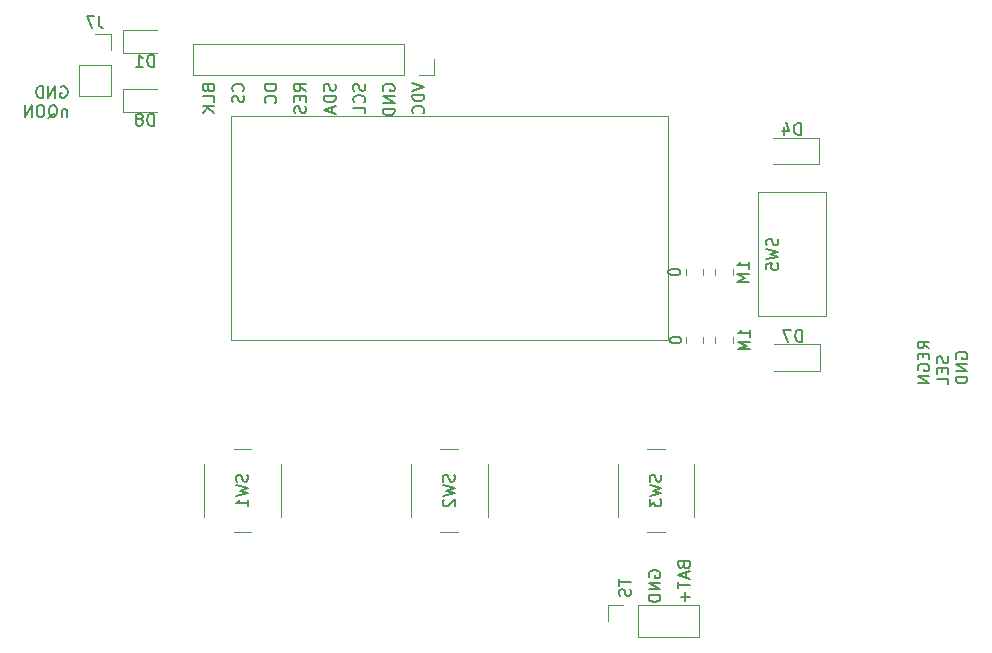
<source format=gbr>
%TF.GenerationSoftware,KiCad,Pcbnew,8.0.9-8.0.9-0~ubuntu24.04.1*%
%TF.CreationDate,2025-02-24T19:38:21+01:00*%
%TF.ProjectId,jack2bluetooth,6a61636b-3262-46c7-9565-746f6f74682e,v3.0*%
%TF.SameCoordinates,Original*%
%TF.FileFunction,Legend,Bot*%
%TF.FilePolarity,Positive*%
%FSLAX46Y46*%
G04 Gerber Fmt 4.6, Leading zero omitted, Abs format (unit mm)*
G04 Created by KiCad (PCBNEW 8.0.9-8.0.9-0~ubuntu24.04.1) date 2025-02-24 19:38:21*
%MOMM*%
%LPD*%
G01*
G04 APERTURE LIST*
%ADD10C,0.100000*%
%ADD11C,0.200000*%
%ADD12C,0.150000*%
%ADD13C,0.120000*%
G04 APERTURE END LIST*
D10*
X176500000Y-108000000D02*
X213500000Y-108000000D01*
X213500000Y-127000000D01*
X176500000Y-127000000D01*
X176500000Y-108000000D01*
D11*
X209367219Y-147249374D02*
X209367219Y-147820802D01*
X210367219Y-147535088D02*
X209367219Y-147535088D01*
X210319600Y-148106517D02*
X210367219Y-148249374D01*
X210367219Y-148249374D02*
X210367219Y-148487469D01*
X210367219Y-148487469D02*
X210319600Y-148582707D01*
X210319600Y-148582707D02*
X210271980Y-148630326D01*
X210271980Y-148630326D02*
X210176742Y-148677945D01*
X210176742Y-148677945D02*
X210081504Y-148677945D01*
X210081504Y-148677945D02*
X209986266Y-148630326D01*
X209986266Y-148630326D02*
X209938647Y-148582707D01*
X209938647Y-148582707D02*
X209891028Y-148487469D01*
X209891028Y-148487469D02*
X209843409Y-148296993D01*
X209843409Y-148296993D02*
X209795790Y-148201755D01*
X209795790Y-148201755D02*
X209748171Y-148154136D01*
X209748171Y-148154136D02*
X209652933Y-148106517D01*
X209652933Y-148106517D02*
X209557695Y-148106517D01*
X209557695Y-148106517D02*
X209462457Y-148154136D01*
X209462457Y-148154136D02*
X209414838Y-148201755D01*
X209414838Y-148201755D02*
X209367219Y-148296993D01*
X209367219Y-148296993D02*
X209367219Y-148535088D01*
X209367219Y-148535088D02*
X209414838Y-148677945D01*
X214843409Y-146082707D02*
X214891028Y-146225564D01*
X214891028Y-146225564D02*
X214938647Y-146273183D01*
X214938647Y-146273183D02*
X215033885Y-146320802D01*
X215033885Y-146320802D02*
X215176742Y-146320802D01*
X215176742Y-146320802D02*
X215271980Y-146273183D01*
X215271980Y-146273183D02*
X215319600Y-146225564D01*
X215319600Y-146225564D02*
X215367219Y-146130326D01*
X215367219Y-146130326D02*
X215367219Y-145749374D01*
X215367219Y-145749374D02*
X214367219Y-145749374D01*
X214367219Y-145749374D02*
X214367219Y-146082707D01*
X214367219Y-146082707D02*
X214414838Y-146177945D01*
X214414838Y-146177945D02*
X214462457Y-146225564D01*
X214462457Y-146225564D02*
X214557695Y-146273183D01*
X214557695Y-146273183D02*
X214652933Y-146273183D01*
X214652933Y-146273183D02*
X214748171Y-146225564D01*
X214748171Y-146225564D02*
X214795790Y-146177945D01*
X214795790Y-146177945D02*
X214843409Y-146082707D01*
X214843409Y-146082707D02*
X214843409Y-145749374D01*
X215081504Y-146701755D02*
X215081504Y-147177945D01*
X215367219Y-146606517D02*
X214367219Y-146939850D01*
X214367219Y-146939850D02*
X215367219Y-147273183D01*
X214367219Y-147463660D02*
X214367219Y-148035088D01*
X215367219Y-147749374D02*
X214367219Y-147749374D01*
X214986266Y-148368422D02*
X214986266Y-149130327D01*
X215367219Y-148749374D02*
X214605314Y-148749374D01*
X177521980Y-105941101D02*
X177569600Y-105893482D01*
X177569600Y-105893482D02*
X177617219Y-105750625D01*
X177617219Y-105750625D02*
X177617219Y-105655387D01*
X177617219Y-105655387D02*
X177569600Y-105512530D01*
X177569600Y-105512530D02*
X177474361Y-105417292D01*
X177474361Y-105417292D02*
X177379123Y-105369673D01*
X177379123Y-105369673D02*
X177188647Y-105322054D01*
X177188647Y-105322054D02*
X177045790Y-105322054D01*
X177045790Y-105322054D02*
X176855314Y-105369673D01*
X176855314Y-105369673D02*
X176760076Y-105417292D01*
X176760076Y-105417292D02*
X176664838Y-105512530D01*
X176664838Y-105512530D02*
X176617219Y-105655387D01*
X176617219Y-105655387D02*
X176617219Y-105750625D01*
X176617219Y-105750625D02*
X176664838Y-105893482D01*
X176664838Y-105893482D02*
X176712457Y-105941101D01*
X177569600Y-106322054D02*
X177617219Y-106464911D01*
X177617219Y-106464911D02*
X177617219Y-106703006D01*
X177617219Y-106703006D02*
X177569600Y-106798244D01*
X177569600Y-106798244D02*
X177521980Y-106845863D01*
X177521980Y-106845863D02*
X177426742Y-106893482D01*
X177426742Y-106893482D02*
X177331504Y-106893482D01*
X177331504Y-106893482D02*
X177236266Y-106845863D01*
X177236266Y-106845863D02*
X177188647Y-106798244D01*
X177188647Y-106798244D02*
X177141028Y-106703006D01*
X177141028Y-106703006D02*
X177093409Y-106512530D01*
X177093409Y-106512530D02*
X177045790Y-106417292D01*
X177045790Y-106417292D02*
X176998171Y-106369673D01*
X176998171Y-106369673D02*
X176902933Y-106322054D01*
X176902933Y-106322054D02*
X176807695Y-106322054D01*
X176807695Y-106322054D02*
X176712457Y-106369673D01*
X176712457Y-106369673D02*
X176664838Y-106417292D01*
X176664838Y-106417292D02*
X176617219Y-106512530D01*
X176617219Y-106512530D02*
X176617219Y-106750625D01*
X176617219Y-106750625D02*
X176664838Y-106893482D01*
X180367219Y-105369673D02*
X179367219Y-105369673D01*
X179367219Y-105369673D02*
X179367219Y-105607768D01*
X179367219Y-105607768D02*
X179414838Y-105750625D01*
X179414838Y-105750625D02*
X179510076Y-105845863D01*
X179510076Y-105845863D02*
X179605314Y-105893482D01*
X179605314Y-105893482D02*
X179795790Y-105941101D01*
X179795790Y-105941101D02*
X179938647Y-105941101D01*
X179938647Y-105941101D02*
X180129123Y-105893482D01*
X180129123Y-105893482D02*
X180224361Y-105845863D01*
X180224361Y-105845863D02*
X180319600Y-105750625D01*
X180319600Y-105750625D02*
X180367219Y-105607768D01*
X180367219Y-105607768D02*
X180367219Y-105369673D01*
X180271980Y-106941101D02*
X180319600Y-106893482D01*
X180319600Y-106893482D02*
X180367219Y-106750625D01*
X180367219Y-106750625D02*
X180367219Y-106655387D01*
X180367219Y-106655387D02*
X180319600Y-106512530D01*
X180319600Y-106512530D02*
X180224361Y-106417292D01*
X180224361Y-106417292D02*
X180129123Y-106369673D01*
X180129123Y-106369673D02*
X179938647Y-106322054D01*
X179938647Y-106322054D02*
X179795790Y-106322054D01*
X179795790Y-106322054D02*
X179605314Y-106369673D01*
X179605314Y-106369673D02*
X179510076Y-106417292D01*
X179510076Y-106417292D02*
X179414838Y-106512530D01*
X179414838Y-106512530D02*
X179367219Y-106655387D01*
X179367219Y-106655387D02*
X179367219Y-106750625D01*
X179367219Y-106750625D02*
X179414838Y-106893482D01*
X179414838Y-106893482D02*
X179462457Y-106941101D01*
X182867219Y-105941101D02*
X182391028Y-105607768D01*
X182867219Y-105369673D02*
X181867219Y-105369673D01*
X181867219Y-105369673D02*
X181867219Y-105750625D01*
X181867219Y-105750625D02*
X181914838Y-105845863D01*
X181914838Y-105845863D02*
X181962457Y-105893482D01*
X181962457Y-105893482D02*
X182057695Y-105941101D01*
X182057695Y-105941101D02*
X182200552Y-105941101D01*
X182200552Y-105941101D02*
X182295790Y-105893482D01*
X182295790Y-105893482D02*
X182343409Y-105845863D01*
X182343409Y-105845863D02*
X182391028Y-105750625D01*
X182391028Y-105750625D02*
X182391028Y-105369673D01*
X182343409Y-106369673D02*
X182343409Y-106703006D01*
X182867219Y-106845863D02*
X182867219Y-106369673D01*
X182867219Y-106369673D02*
X181867219Y-106369673D01*
X181867219Y-106369673D02*
X181867219Y-106845863D01*
X182819600Y-107226816D02*
X182867219Y-107369673D01*
X182867219Y-107369673D02*
X182867219Y-107607768D01*
X182867219Y-107607768D02*
X182819600Y-107703006D01*
X182819600Y-107703006D02*
X182771980Y-107750625D01*
X182771980Y-107750625D02*
X182676742Y-107798244D01*
X182676742Y-107798244D02*
X182581504Y-107798244D01*
X182581504Y-107798244D02*
X182486266Y-107750625D01*
X182486266Y-107750625D02*
X182438647Y-107703006D01*
X182438647Y-107703006D02*
X182391028Y-107607768D01*
X182391028Y-107607768D02*
X182343409Y-107417292D01*
X182343409Y-107417292D02*
X182295790Y-107322054D01*
X182295790Y-107322054D02*
X182248171Y-107274435D01*
X182248171Y-107274435D02*
X182152933Y-107226816D01*
X182152933Y-107226816D02*
X182057695Y-107226816D01*
X182057695Y-107226816D02*
X181962457Y-107274435D01*
X181962457Y-107274435D02*
X181914838Y-107322054D01*
X181914838Y-107322054D02*
X181867219Y-107417292D01*
X181867219Y-107417292D02*
X181867219Y-107655387D01*
X181867219Y-107655387D02*
X181914838Y-107798244D01*
X191867219Y-105226816D02*
X192867219Y-105560149D01*
X192867219Y-105560149D02*
X191867219Y-105893482D01*
X192867219Y-106226816D02*
X191867219Y-106226816D01*
X191867219Y-106226816D02*
X191867219Y-106464911D01*
X191867219Y-106464911D02*
X191914838Y-106607768D01*
X191914838Y-106607768D02*
X192010076Y-106703006D01*
X192010076Y-106703006D02*
X192105314Y-106750625D01*
X192105314Y-106750625D02*
X192295790Y-106798244D01*
X192295790Y-106798244D02*
X192438647Y-106798244D01*
X192438647Y-106798244D02*
X192629123Y-106750625D01*
X192629123Y-106750625D02*
X192724361Y-106703006D01*
X192724361Y-106703006D02*
X192819600Y-106607768D01*
X192819600Y-106607768D02*
X192867219Y-106464911D01*
X192867219Y-106464911D02*
X192867219Y-106226816D01*
X192771980Y-107798244D02*
X192819600Y-107750625D01*
X192819600Y-107750625D02*
X192867219Y-107607768D01*
X192867219Y-107607768D02*
X192867219Y-107512530D01*
X192867219Y-107512530D02*
X192819600Y-107369673D01*
X192819600Y-107369673D02*
X192724361Y-107274435D01*
X192724361Y-107274435D02*
X192629123Y-107226816D01*
X192629123Y-107226816D02*
X192438647Y-107179197D01*
X192438647Y-107179197D02*
X192295790Y-107179197D01*
X192295790Y-107179197D02*
X192105314Y-107226816D01*
X192105314Y-107226816D02*
X192010076Y-107274435D01*
X192010076Y-107274435D02*
X191914838Y-107369673D01*
X191914838Y-107369673D02*
X191867219Y-107512530D01*
X191867219Y-107512530D02*
X191867219Y-107607768D01*
X191867219Y-107607768D02*
X191914838Y-107750625D01*
X191914838Y-107750625D02*
X191962457Y-107798244D01*
X174593409Y-105703006D02*
X174641028Y-105845863D01*
X174641028Y-105845863D02*
X174688647Y-105893482D01*
X174688647Y-105893482D02*
X174783885Y-105941101D01*
X174783885Y-105941101D02*
X174926742Y-105941101D01*
X174926742Y-105941101D02*
X175021980Y-105893482D01*
X175021980Y-105893482D02*
X175069600Y-105845863D01*
X175069600Y-105845863D02*
X175117219Y-105750625D01*
X175117219Y-105750625D02*
X175117219Y-105369673D01*
X175117219Y-105369673D02*
X174117219Y-105369673D01*
X174117219Y-105369673D02*
X174117219Y-105703006D01*
X174117219Y-105703006D02*
X174164838Y-105798244D01*
X174164838Y-105798244D02*
X174212457Y-105845863D01*
X174212457Y-105845863D02*
X174307695Y-105893482D01*
X174307695Y-105893482D02*
X174402933Y-105893482D01*
X174402933Y-105893482D02*
X174498171Y-105845863D01*
X174498171Y-105845863D02*
X174545790Y-105798244D01*
X174545790Y-105798244D02*
X174593409Y-105703006D01*
X174593409Y-105703006D02*
X174593409Y-105369673D01*
X175117219Y-106845863D02*
X175117219Y-106369673D01*
X175117219Y-106369673D02*
X174117219Y-106369673D01*
X175117219Y-107179197D02*
X174117219Y-107179197D01*
X175117219Y-107750625D02*
X174545790Y-107322054D01*
X174117219Y-107750625D02*
X174688647Y-107179197D01*
X211914838Y-147082707D02*
X211867219Y-146987469D01*
X211867219Y-146987469D02*
X211867219Y-146844612D01*
X211867219Y-146844612D02*
X211914838Y-146701755D01*
X211914838Y-146701755D02*
X212010076Y-146606517D01*
X212010076Y-146606517D02*
X212105314Y-146558898D01*
X212105314Y-146558898D02*
X212295790Y-146511279D01*
X212295790Y-146511279D02*
X212438647Y-146511279D01*
X212438647Y-146511279D02*
X212629123Y-146558898D01*
X212629123Y-146558898D02*
X212724361Y-146606517D01*
X212724361Y-146606517D02*
X212819600Y-146701755D01*
X212819600Y-146701755D02*
X212867219Y-146844612D01*
X212867219Y-146844612D02*
X212867219Y-146939850D01*
X212867219Y-146939850D02*
X212819600Y-147082707D01*
X212819600Y-147082707D02*
X212771980Y-147130326D01*
X212771980Y-147130326D02*
X212438647Y-147130326D01*
X212438647Y-147130326D02*
X212438647Y-146939850D01*
X212867219Y-147558898D02*
X211867219Y-147558898D01*
X211867219Y-147558898D02*
X212867219Y-148130326D01*
X212867219Y-148130326D02*
X211867219Y-148130326D01*
X212867219Y-148606517D02*
X211867219Y-148606517D01*
X211867219Y-148606517D02*
X211867219Y-148844612D01*
X211867219Y-148844612D02*
X211914838Y-148987469D01*
X211914838Y-148987469D02*
X212010076Y-149082707D01*
X212010076Y-149082707D02*
X212105314Y-149130326D01*
X212105314Y-149130326D02*
X212295790Y-149177945D01*
X212295790Y-149177945D02*
X212438647Y-149177945D01*
X212438647Y-149177945D02*
X212629123Y-149130326D01*
X212629123Y-149130326D02*
X212724361Y-149082707D01*
X212724361Y-149082707D02*
X212819600Y-148987469D01*
X212819600Y-148987469D02*
X212867219Y-148844612D01*
X212867219Y-148844612D02*
X212867219Y-148606517D01*
X235647331Y-127725564D02*
X235171140Y-127392231D01*
X235647331Y-127154136D02*
X234647331Y-127154136D01*
X234647331Y-127154136D02*
X234647331Y-127535088D01*
X234647331Y-127535088D02*
X234694950Y-127630326D01*
X234694950Y-127630326D02*
X234742569Y-127677945D01*
X234742569Y-127677945D02*
X234837807Y-127725564D01*
X234837807Y-127725564D02*
X234980664Y-127725564D01*
X234980664Y-127725564D02*
X235075902Y-127677945D01*
X235075902Y-127677945D02*
X235123521Y-127630326D01*
X235123521Y-127630326D02*
X235171140Y-127535088D01*
X235171140Y-127535088D02*
X235171140Y-127154136D01*
X235123521Y-128154136D02*
X235123521Y-128487469D01*
X235647331Y-128630326D02*
X235647331Y-128154136D01*
X235647331Y-128154136D02*
X234647331Y-128154136D01*
X234647331Y-128154136D02*
X234647331Y-128630326D01*
X234694950Y-129582707D02*
X234647331Y-129487469D01*
X234647331Y-129487469D02*
X234647331Y-129344612D01*
X234647331Y-129344612D02*
X234694950Y-129201755D01*
X234694950Y-129201755D02*
X234790188Y-129106517D01*
X234790188Y-129106517D02*
X234885426Y-129058898D01*
X234885426Y-129058898D02*
X235075902Y-129011279D01*
X235075902Y-129011279D02*
X235218759Y-129011279D01*
X235218759Y-129011279D02*
X235409235Y-129058898D01*
X235409235Y-129058898D02*
X235504473Y-129106517D01*
X235504473Y-129106517D02*
X235599712Y-129201755D01*
X235599712Y-129201755D02*
X235647331Y-129344612D01*
X235647331Y-129344612D02*
X235647331Y-129439850D01*
X235647331Y-129439850D02*
X235599712Y-129582707D01*
X235599712Y-129582707D02*
X235552092Y-129630326D01*
X235552092Y-129630326D02*
X235218759Y-129630326D01*
X235218759Y-129630326D02*
X235218759Y-129439850D01*
X235647331Y-130058898D02*
X234647331Y-130058898D01*
X234647331Y-130058898D02*
X235647331Y-130630326D01*
X235647331Y-130630326D02*
X234647331Y-130630326D01*
X237209656Y-128392231D02*
X237257275Y-128535088D01*
X237257275Y-128535088D02*
X237257275Y-128773183D01*
X237257275Y-128773183D02*
X237209656Y-128868421D01*
X237209656Y-128868421D02*
X237162036Y-128916040D01*
X237162036Y-128916040D02*
X237066798Y-128963659D01*
X237066798Y-128963659D02*
X236971560Y-128963659D01*
X236971560Y-128963659D02*
X236876322Y-128916040D01*
X236876322Y-128916040D02*
X236828703Y-128868421D01*
X236828703Y-128868421D02*
X236781084Y-128773183D01*
X236781084Y-128773183D02*
X236733465Y-128582707D01*
X236733465Y-128582707D02*
X236685846Y-128487469D01*
X236685846Y-128487469D02*
X236638227Y-128439850D01*
X236638227Y-128439850D02*
X236542989Y-128392231D01*
X236542989Y-128392231D02*
X236447751Y-128392231D01*
X236447751Y-128392231D02*
X236352513Y-128439850D01*
X236352513Y-128439850D02*
X236304894Y-128487469D01*
X236304894Y-128487469D02*
X236257275Y-128582707D01*
X236257275Y-128582707D02*
X236257275Y-128820802D01*
X236257275Y-128820802D02*
X236304894Y-128963659D01*
X236733465Y-129392231D02*
X236733465Y-129725564D01*
X237257275Y-129868421D02*
X237257275Y-129392231D01*
X237257275Y-129392231D02*
X236257275Y-129392231D01*
X236257275Y-129392231D02*
X236257275Y-129868421D01*
X237257275Y-130773183D02*
X237257275Y-130296993D01*
X237257275Y-130296993D02*
X236257275Y-130296993D01*
X237914838Y-128582707D02*
X237867219Y-128487469D01*
X237867219Y-128487469D02*
X237867219Y-128344612D01*
X237867219Y-128344612D02*
X237914838Y-128201755D01*
X237914838Y-128201755D02*
X238010076Y-128106517D01*
X238010076Y-128106517D02*
X238105314Y-128058898D01*
X238105314Y-128058898D02*
X238295790Y-128011279D01*
X238295790Y-128011279D02*
X238438647Y-128011279D01*
X238438647Y-128011279D02*
X238629123Y-128058898D01*
X238629123Y-128058898D02*
X238724361Y-128106517D01*
X238724361Y-128106517D02*
X238819600Y-128201755D01*
X238819600Y-128201755D02*
X238867219Y-128344612D01*
X238867219Y-128344612D02*
X238867219Y-128439850D01*
X238867219Y-128439850D02*
X238819600Y-128582707D01*
X238819600Y-128582707D02*
X238771980Y-128630326D01*
X238771980Y-128630326D02*
X238438647Y-128630326D01*
X238438647Y-128630326D02*
X238438647Y-128439850D01*
X238867219Y-129058898D02*
X237867219Y-129058898D01*
X237867219Y-129058898D02*
X238867219Y-129630326D01*
X238867219Y-129630326D02*
X237867219Y-129630326D01*
X238867219Y-130106517D02*
X237867219Y-130106517D01*
X237867219Y-130106517D02*
X237867219Y-130344612D01*
X237867219Y-130344612D02*
X237914838Y-130487469D01*
X237914838Y-130487469D02*
X238010076Y-130582707D01*
X238010076Y-130582707D02*
X238105314Y-130630326D01*
X238105314Y-130630326D02*
X238295790Y-130677945D01*
X238295790Y-130677945D02*
X238438647Y-130677945D01*
X238438647Y-130677945D02*
X238629123Y-130630326D01*
X238629123Y-130630326D02*
X238724361Y-130582707D01*
X238724361Y-130582707D02*
X238819600Y-130487469D01*
X238819600Y-130487469D02*
X238867219Y-130344612D01*
X238867219Y-130344612D02*
X238867219Y-130106517D01*
X189414838Y-105893482D02*
X189367219Y-105798244D01*
X189367219Y-105798244D02*
X189367219Y-105655387D01*
X189367219Y-105655387D02*
X189414838Y-105512530D01*
X189414838Y-105512530D02*
X189510076Y-105417292D01*
X189510076Y-105417292D02*
X189605314Y-105369673D01*
X189605314Y-105369673D02*
X189795790Y-105322054D01*
X189795790Y-105322054D02*
X189938647Y-105322054D01*
X189938647Y-105322054D02*
X190129123Y-105369673D01*
X190129123Y-105369673D02*
X190224361Y-105417292D01*
X190224361Y-105417292D02*
X190319600Y-105512530D01*
X190319600Y-105512530D02*
X190367219Y-105655387D01*
X190367219Y-105655387D02*
X190367219Y-105750625D01*
X190367219Y-105750625D02*
X190319600Y-105893482D01*
X190319600Y-105893482D02*
X190271980Y-105941101D01*
X190271980Y-105941101D02*
X189938647Y-105941101D01*
X189938647Y-105941101D02*
X189938647Y-105750625D01*
X190367219Y-106369673D02*
X189367219Y-106369673D01*
X189367219Y-106369673D02*
X190367219Y-106941101D01*
X190367219Y-106941101D02*
X189367219Y-106941101D01*
X190367219Y-107417292D02*
X189367219Y-107417292D01*
X189367219Y-107417292D02*
X189367219Y-107655387D01*
X189367219Y-107655387D02*
X189414838Y-107798244D01*
X189414838Y-107798244D02*
X189510076Y-107893482D01*
X189510076Y-107893482D02*
X189605314Y-107941101D01*
X189605314Y-107941101D02*
X189795790Y-107988720D01*
X189795790Y-107988720D02*
X189938647Y-107988720D01*
X189938647Y-107988720D02*
X190129123Y-107941101D01*
X190129123Y-107941101D02*
X190224361Y-107893482D01*
X190224361Y-107893482D02*
X190319600Y-107798244D01*
X190319600Y-107798244D02*
X190367219Y-107655387D01*
X190367219Y-107655387D02*
X190367219Y-107417292D01*
X185319600Y-105322054D02*
X185367219Y-105464911D01*
X185367219Y-105464911D02*
X185367219Y-105703006D01*
X185367219Y-105703006D02*
X185319600Y-105798244D01*
X185319600Y-105798244D02*
X185271980Y-105845863D01*
X185271980Y-105845863D02*
X185176742Y-105893482D01*
X185176742Y-105893482D02*
X185081504Y-105893482D01*
X185081504Y-105893482D02*
X184986266Y-105845863D01*
X184986266Y-105845863D02*
X184938647Y-105798244D01*
X184938647Y-105798244D02*
X184891028Y-105703006D01*
X184891028Y-105703006D02*
X184843409Y-105512530D01*
X184843409Y-105512530D02*
X184795790Y-105417292D01*
X184795790Y-105417292D02*
X184748171Y-105369673D01*
X184748171Y-105369673D02*
X184652933Y-105322054D01*
X184652933Y-105322054D02*
X184557695Y-105322054D01*
X184557695Y-105322054D02*
X184462457Y-105369673D01*
X184462457Y-105369673D02*
X184414838Y-105417292D01*
X184414838Y-105417292D02*
X184367219Y-105512530D01*
X184367219Y-105512530D02*
X184367219Y-105750625D01*
X184367219Y-105750625D02*
X184414838Y-105893482D01*
X185367219Y-106322054D02*
X184367219Y-106322054D01*
X184367219Y-106322054D02*
X184367219Y-106560149D01*
X184367219Y-106560149D02*
X184414838Y-106703006D01*
X184414838Y-106703006D02*
X184510076Y-106798244D01*
X184510076Y-106798244D02*
X184605314Y-106845863D01*
X184605314Y-106845863D02*
X184795790Y-106893482D01*
X184795790Y-106893482D02*
X184938647Y-106893482D01*
X184938647Y-106893482D02*
X185129123Y-106845863D01*
X185129123Y-106845863D02*
X185224361Y-106798244D01*
X185224361Y-106798244D02*
X185319600Y-106703006D01*
X185319600Y-106703006D02*
X185367219Y-106560149D01*
X185367219Y-106560149D02*
X185367219Y-106322054D01*
X185081504Y-107274435D02*
X185081504Y-107750625D01*
X185367219Y-107179197D02*
X184367219Y-107512530D01*
X184367219Y-107512530D02*
X185367219Y-107845863D01*
X162106517Y-105554894D02*
X162201755Y-105507275D01*
X162201755Y-105507275D02*
X162344612Y-105507275D01*
X162344612Y-105507275D02*
X162487469Y-105554894D01*
X162487469Y-105554894D02*
X162582707Y-105650132D01*
X162582707Y-105650132D02*
X162630326Y-105745370D01*
X162630326Y-105745370D02*
X162677945Y-105935846D01*
X162677945Y-105935846D02*
X162677945Y-106078703D01*
X162677945Y-106078703D02*
X162630326Y-106269179D01*
X162630326Y-106269179D02*
X162582707Y-106364417D01*
X162582707Y-106364417D02*
X162487469Y-106459656D01*
X162487469Y-106459656D02*
X162344612Y-106507275D01*
X162344612Y-106507275D02*
X162249374Y-106507275D01*
X162249374Y-106507275D02*
X162106517Y-106459656D01*
X162106517Y-106459656D02*
X162058898Y-106412036D01*
X162058898Y-106412036D02*
X162058898Y-106078703D01*
X162058898Y-106078703D02*
X162249374Y-106078703D01*
X161630326Y-106507275D02*
X161630326Y-105507275D01*
X161630326Y-105507275D02*
X161058898Y-106507275D01*
X161058898Y-106507275D02*
X161058898Y-105507275D01*
X160582707Y-106507275D02*
X160582707Y-105507275D01*
X160582707Y-105507275D02*
X160344612Y-105507275D01*
X160344612Y-105507275D02*
X160201755Y-105554894D01*
X160201755Y-105554894D02*
X160106517Y-105650132D01*
X160106517Y-105650132D02*
X160058898Y-105745370D01*
X160058898Y-105745370D02*
X160011279Y-105935846D01*
X160011279Y-105935846D02*
X160011279Y-106078703D01*
X160011279Y-106078703D02*
X160058898Y-106269179D01*
X160058898Y-106269179D02*
X160106517Y-106364417D01*
X160106517Y-106364417D02*
X160201755Y-106459656D01*
X160201755Y-106459656D02*
X160344612Y-106507275D01*
X160344612Y-106507275D02*
X160582707Y-106507275D01*
X162630326Y-107450552D02*
X162630326Y-108117219D01*
X162630326Y-107545790D02*
X162582707Y-107498171D01*
X162582707Y-107498171D02*
X162487469Y-107450552D01*
X162487469Y-107450552D02*
X162344612Y-107450552D01*
X162344612Y-107450552D02*
X162249374Y-107498171D01*
X162249374Y-107498171D02*
X162201755Y-107593409D01*
X162201755Y-107593409D02*
X162201755Y-108117219D01*
X161058898Y-108212457D02*
X161154136Y-108164838D01*
X161154136Y-108164838D02*
X161249374Y-108069600D01*
X161249374Y-108069600D02*
X161392231Y-107926742D01*
X161392231Y-107926742D02*
X161487469Y-107879123D01*
X161487469Y-107879123D02*
X161582707Y-107879123D01*
X161535088Y-108117219D02*
X161630326Y-108069600D01*
X161630326Y-108069600D02*
X161725564Y-107974361D01*
X161725564Y-107974361D02*
X161773183Y-107783885D01*
X161773183Y-107783885D02*
X161773183Y-107450552D01*
X161773183Y-107450552D02*
X161725564Y-107260076D01*
X161725564Y-107260076D02*
X161630326Y-107164838D01*
X161630326Y-107164838D02*
X161535088Y-107117219D01*
X161535088Y-107117219D02*
X161344612Y-107117219D01*
X161344612Y-107117219D02*
X161249374Y-107164838D01*
X161249374Y-107164838D02*
X161154136Y-107260076D01*
X161154136Y-107260076D02*
X161106517Y-107450552D01*
X161106517Y-107450552D02*
X161106517Y-107783885D01*
X161106517Y-107783885D02*
X161154136Y-107974361D01*
X161154136Y-107974361D02*
X161249374Y-108069600D01*
X161249374Y-108069600D02*
X161344612Y-108117219D01*
X161344612Y-108117219D02*
X161535088Y-108117219D01*
X160487469Y-107117219D02*
X160296993Y-107117219D01*
X160296993Y-107117219D02*
X160201755Y-107164838D01*
X160201755Y-107164838D02*
X160106517Y-107260076D01*
X160106517Y-107260076D02*
X160058898Y-107450552D01*
X160058898Y-107450552D02*
X160058898Y-107783885D01*
X160058898Y-107783885D02*
X160106517Y-107974361D01*
X160106517Y-107974361D02*
X160201755Y-108069600D01*
X160201755Y-108069600D02*
X160296993Y-108117219D01*
X160296993Y-108117219D02*
X160487469Y-108117219D01*
X160487469Y-108117219D02*
X160582707Y-108069600D01*
X160582707Y-108069600D02*
X160677945Y-107974361D01*
X160677945Y-107974361D02*
X160725564Y-107783885D01*
X160725564Y-107783885D02*
X160725564Y-107450552D01*
X160725564Y-107450552D02*
X160677945Y-107260076D01*
X160677945Y-107260076D02*
X160582707Y-107164838D01*
X160582707Y-107164838D02*
X160487469Y-107117219D01*
X159630326Y-108117219D02*
X159630326Y-107117219D01*
X159630326Y-107117219D02*
X159058898Y-108117219D01*
X159058898Y-108117219D02*
X159058898Y-107117219D01*
X187819600Y-105322054D02*
X187867219Y-105464911D01*
X187867219Y-105464911D02*
X187867219Y-105703006D01*
X187867219Y-105703006D02*
X187819600Y-105798244D01*
X187819600Y-105798244D02*
X187771980Y-105845863D01*
X187771980Y-105845863D02*
X187676742Y-105893482D01*
X187676742Y-105893482D02*
X187581504Y-105893482D01*
X187581504Y-105893482D02*
X187486266Y-105845863D01*
X187486266Y-105845863D02*
X187438647Y-105798244D01*
X187438647Y-105798244D02*
X187391028Y-105703006D01*
X187391028Y-105703006D02*
X187343409Y-105512530D01*
X187343409Y-105512530D02*
X187295790Y-105417292D01*
X187295790Y-105417292D02*
X187248171Y-105369673D01*
X187248171Y-105369673D02*
X187152933Y-105322054D01*
X187152933Y-105322054D02*
X187057695Y-105322054D01*
X187057695Y-105322054D02*
X186962457Y-105369673D01*
X186962457Y-105369673D02*
X186914838Y-105417292D01*
X186914838Y-105417292D02*
X186867219Y-105512530D01*
X186867219Y-105512530D02*
X186867219Y-105750625D01*
X186867219Y-105750625D02*
X186914838Y-105893482D01*
X187771980Y-106893482D02*
X187819600Y-106845863D01*
X187819600Y-106845863D02*
X187867219Y-106703006D01*
X187867219Y-106703006D02*
X187867219Y-106607768D01*
X187867219Y-106607768D02*
X187819600Y-106464911D01*
X187819600Y-106464911D02*
X187724361Y-106369673D01*
X187724361Y-106369673D02*
X187629123Y-106322054D01*
X187629123Y-106322054D02*
X187438647Y-106274435D01*
X187438647Y-106274435D02*
X187295790Y-106274435D01*
X187295790Y-106274435D02*
X187105314Y-106322054D01*
X187105314Y-106322054D02*
X187010076Y-106369673D01*
X187010076Y-106369673D02*
X186914838Y-106464911D01*
X186914838Y-106464911D02*
X186867219Y-106607768D01*
X186867219Y-106607768D02*
X186867219Y-106703006D01*
X186867219Y-106703006D02*
X186914838Y-106845863D01*
X186914838Y-106845863D02*
X186962457Y-106893482D01*
X187867219Y-107798244D02*
X187867219Y-107322054D01*
X187867219Y-107322054D02*
X186867219Y-107322054D01*
D12*
X224838094Y-127134819D02*
X224838094Y-126134819D01*
X224838094Y-126134819D02*
X224599999Y-126134819D01*
X224599999Y-126134819D02*
X224457142Y-126182438D01*
X224457142Y-126182438D02*
X224361904Y-126277676D01*
X224361904Y-126277676D02*
X224314285Y-126372914D01*
X224314285Y-126372914D02*
X224266666Y-126563390D01*
X224266666Y-126563390D02*
X224266666Y-126706247D01*
X224266666Y-126706247D02*
X224314285Y-126896723D01*
X224314285Y-126896723D02*
X224361904Y-126991961D01*
X224361904Y-126991961D02*
X224457142Y-127087200D01*
X224457142Y-127087200D02*
X224599999Y-127134819D01*
X224599999Y-127134819D02*
X224838094Y-127134819D01*
X223933332Y-126134819D02*
X223266666Y-126134819D01*
X223266666Y-126134819D02*
X223695237Y-127134819D01*
X177907200Y-138416667D02*
X177954819Y-138559524D01*
X177954819Y-138559524D02*
X177954819Y-138797619D01*
X177954819Y-138797619D02*
X177907200Y-138892857D01*
X177907200Y-138892857D02*
X177859580Y-138940476D01*
X177859580Y-138940476D02*
X177764342Y-138988095D01*
X177764342Y-138988095D02*
X177669104Y-138988095D01*
X177669104Y-138988095D02*
X177573866Y-138940476D01*
X177573866Y-138940476D02*
X177526247Y-138892857D01*
X177526247Y-138892857D02*
X177478628Y-138797619D01*
X177478628Y-138797619D02*
X177431009Y-138607143D01*
X177431009Y-138607143D02*
X177383390Y-138511905D01*
X177383390Y-138511905D02*
X177335771Y-138464286D01*
X177335771Y-138464286D02*
X177240533Y-138416667D01*
X177240533Y-138416667D02*
X177145295Y-138416667D01*
X177145295Y-138416667D02*
X177050057Y-138464286D01*
X177050057Y-138464286D02*
X177002438Y-138511905D01*
X177002438Y-138511905D02*
X176954819Y-138607143D01*
X176954819Y-138607143D02*
X176954819Y-138845238D01*
X176954819Y-138845238D02*
X177002438Y-138988095D01*
X176954819Y-139321429D02*
X177954819Y-139559524D01*
X177954819Y-139559524D02*
X177240533Y-139750000D01*
X177240533Y-139750000D02*
X177954819Y-139940476D01*
X177954819Y-139940476D02*
X176954819Y-140178572D01*
X177954819Y-141083333D02*
X177954819Y-140511905D01*
X177954819Y-140797619D02*
X176954819Y-140797619D01*
X176954819Y-140797619D02*
X177097676Y-140702381D01*
X177097676Y-140702381D02*
X177192914Y-140607143D01*
X177192914Y-140607143D02*
X177240533Y-140511905D01*
X222807200Y-118416667D02*
X222854819Y-118559524D01*
X222854819Y-118559524D02*
X222854819Y-118797619D01*
X222854819Y-118797619D02*
X222807200Y-118892857D01*
X222807200Y-118892857D02*
X222759580Y-118940476D01*
X222759580Y-118940476D02*
X222664342Y-118988095D01*
X222664342Y-118988095D02*
X222569104Y-118988095D01*
X222569104Y-118988095D02*
X222473866Y-118940476D01*
X222473866Y-118940476D02*
X222426247Y-118892857D01*
X222426247Y-118892857D02*
X222378628Y-118797619D01*
X222378628Y-118797619D02*
X222331009Y-118607143D01*
X222331009Y-118607143D02*
X222283390Y-118511905D01*
X222283390Y-118511905D02*
X222235771Y-118464286D01*
X222235771Y-118464286D02*
X222140533Y-118416667D01*
X222140533Y-118416667D02*
X222045295Y-118416667D01*
X222045295Y-118416667D02*
X221950057Y-118464286D01*
X221950057Y-118464286D02*
X221902438Y-118511905D01*
X221902438Y-118511905D02*
X221854819Y-118607143D01*
X221854819Y-118607143D02*
X221854819Y-118845238D01*
X221854819Y-118845238D02*
X221902438Y-118988095D01*
X221854819Y-119321429D02*
X222854819Y-119559524D01*
X222854819Y-119559524D02*
X222140533Y-119750000D01*
X222140533Y-119750000D02*
X222854819Y-119940476D01*
X222854819Y-119940476D02*
X221854819Y-120178572D01*
X221854819Y-121035714D02*
X221854819Y-120559524D01*
X221854819Y-120559524D02*
X222331009Y-120511905D01*
X222331009Y-120511905D02*
X222283390Y-120559524D01*
X222283390Y-120559524D02*
X222235771Y-120654762D01*
X222235771Y-120654762D02*
X222235771Y-120892857D01*
X222235771Y-120892857D02*
X222283390Y-120988095D01*
X222283390Y-120988095D02*
X222331009Y-121035714D01*
X222331009Y-121035714D02*
X222426247Y-121083333D01*
X222426247Y-121083333D02*
X222664342Y-121083333D01*
X222664342Y-121083333D02*
X222759580Y-121035714D01*
X222759580Y-121035714D02*
X222807200Y-120988095D01*
X222807200Y-120988095D02*
X222854819Y-120892857D01*
X222854819Y-120892857D02*
X222854819Y-120654762D01*
X222854819Y-120654762D02*
X222807200Y-120559524D01*
X222807200Y-120559524D02*
X222759580Y-120511905D01*
X213554819Y-121202381D02*
X213554819Y-121297619D01*
X213554819Y-121297619D02*
X213602438Y-121392857D01*
X213602438Y-121392857D02*
X213650057Y-121440476D01*
X213650057Y-121440476D02*
X213745295Y-121488095D01*
X213745295Y-121488095D02*
X213935771Y-121535714D01*
X213935771Y-121535714D02*
X214173866Y-121535714D01*
X214173866Y-121535714D02*
X214364342Y-121488095D01*
X214364342Y-121488095D02*
X214459580Y-121440476D01*
X214459580Y-121440476D02*
X214507200Y-121392857D01*
X214507200Y-121392857D02*
X214554819Y-121297619D01*
X214554819Y-121297619D02*
X214554819Y-121202381D01*
X214554819Y-121202381D02*
X214507200Y-121107143D01*
X214507200Y-121107143D02*
X214459580Y-121059524D01*
X214459580Y-121059524D02*
X214364342Y-121011905D01*
X214364342Y-121011905D02*
X214173866Y-120964286D01*
X214173866Y-120964286D02*
X213935771Y-120964286D01*
X213935771Y-120964286D02*
X213745295Y-121011905D01*
X213745295Y-121011905D02*
X213650057Y-121059524D01*
X213650057Y-121059524D02*
X213602438Y-121107143D01*
X213602438Y-121107143D02*
X213554819Y-121202381D01*
X169988094Y-108854819D02*
X169988094Y-107854819D01*
X169988094Y-107854819D02*
X169749999Y-107854819D01*
X169749999Y-107854819D02*
X169607142Y-107902438D01*
X169607142Y-107902438D02*
X169511904Y-107997676D01*
X169511904Y-107997676D02*
X169464285Y-108092914D01*
X169464285Y-108092914D02*
X169416666Y-108283390D01*
X169416666Y-108283390D02*
X169416666Y-108426247D01*
X169416666Y-108426247D02*
X169464285Y-108616723D01*
X169464285Y-108616723D02*
X169511904Y-108711961D01*
X169511904Y-108711961D02*
X169607142Y-108807200D01*
X169607142Y-108807200D02*
X169749999Y-108854819D01*
X169749999Y-108854819D02*
X169988094Y-108854819D01*
X168845237Y-108283390D02*
X168940475Y-108235771D01*
X168940475Y-108235771D02*
X168988094Y-108188152D01*
X168988094Y-108188152D02*
X169035713Y-108092914D01*
X169035713Y-108092914D02*
X169035713Y-108045295D01*
X169035713Y-108045295D02*
X168988094Y-107950057D01*
X168988094Y-107950057D02*
X168940475Y-107902438D01*
X168940475Y-107902438D02*
X168845237Y-107854819D01*
X168845237Y-107854819D02*
X168654761Y-107854819D01*
X168654761Y-107854819D02*
X168559523Y-107902438D01*
X168559523Y-107902438D02*
X168511904Y-107950057D01*
X168511904Y-107950057D02*
X168464285Y-108045295D01*
X168464285Y-108045295D02*
X168464285Y-108092914D01*
X168464285Y-108092914D02*
X168511904Y-108188152D01*
X168511904Y-108188152D02*
X168559523Y-108235771D01*
X168559523Y-108235771D02*
X168654761Y-108283390D01*
X168654761Y-108283390D02*
X168845237Y-108283390D01*
X168845237Y-108283390D02*
X168940475Y-108331009D01*
X168940475Y-108331009D02*
X168988094Y-108378628D01*
X168988094Y-108378628D02*
X169035713Y-108473866D01*
X169035713Y-108473866D02*
X169035713Y-108664342D01*
X169035713Y-108664342D02*
X168988094Y-108759580D01*
X168988094Y-108759580D02*
X168940475Y-108807200D01*
X168940475Y-108807200D02*
X168845237Y-108854819D01*
X168845237Y-108854819D02*
X168654761Y-108854819D01*
X168654761Y-108854819D02*
X168559523Y-108807200D01*
X168559523Y-108807200D02*
X168511904Y-108759580D01*
X168511904Y-108759580D02*
X168464285Y-108664342D01*
X168464285Y-108664342D02*
X168464285Y-108473866D01*
X168464285Y-108473866D02*
X168511904Y-108378628D01*
X168511904Y-108378628D02*
X168559523Y-108331009D01*
X168559523Y-108331009D02*
X168654761Y-108283390D01*
X169988094Y-103854819D02*
X169988094Y-102854819D01*
X169988094Y-102854819D02*
X169749999Y-102854819D01*
X169749999Y-102854819D02*
X169607142Y-102902438D01*
X169607142Y-102902438D02*
X169511904Y-102997676D01*
X169511904Y-102997676D02*
X169464285Y-103092914D01*
X169464285Y-103092914D02*
X169416666Y-103283390D01*
X169416666Y-103283390D02*
X169416666Y-103426247D01*
X169416666Y-103426247D02*
X169464285Y-103616723D01*
X169464285Y-103616723D02*
X169511904Y-103711961D01*
X169511904Y-103711961D02*
X169607142Y-103807200D01*
X169607142Y-103807200D02*
X169749999Y-103854819D01*
X169749999Y-103854819D02*
X169988094Y-103854819D01*
X168464285Y-103854819D02*
X169035713Y-103854819D01*
X168749999Y-103854819D02*
X168749999Y-102854819D01*
X168749999Y-102854819D02*
X168845237Y-102997676D01*
X168845237Y-102997676D02*
X168940475Y-103092914D01*
X168940475Y-103092914D02*
X169035713Y-103140533D01*
X220454819Y-126714285D02*
X220454819Y-126142857D01*
X220454819Y-126428571D02*
X219454819Y-126428571D01*
X219454819Y-126428571D02*
X219597676Y-126333333D01*
X219597676Y-126333333D02*
X219692914Y-126238095D01*
X219692914Y-126238095D02*
X219740533Y-126142857D01*
X220454819Y-127142857D02*
X219454819Y-127142857D01*
X219454819Y-127142857D02*
X220169104Y-127476190D01*
X220169104Y-127476190D02*
X219454819Y-127809523D01*
X219454819Y-127809523D02*
X220454819Y-127809523D01*
X165333333Y-99584819D02*
X165333333Y-100299104D01*
X165333333Y-100299104D02*
X165380952Y-100441961D01*
X165380952Y-100441961D02*
X165476190Y-100537200D01*
X165476190Y-100537200D02*
X165619047Y-100584819D01*
X165619047Y-100584819D02*
X165714285Y-100584819D01*
X164952380Y-99584819D02*
X164285714Y-99584819D01*
X164285714Y-99584819D02*
X164714285Y-100584819D01*
X213654819Y-126952381D02*
X213654819Y-127047619D01*
X213654819Y-127047619D02*
X213702438Y-127142857D01*
X213702438Y-127142857D02*
X213750057Y-127190476D01*
X213750057Y-127190476D02*
X213845295Y-127238095D01*
X213845295Y-127238095D02*
X214035771Y-127285714D01*
X214035771Y-127285714D02*
X214273866Y-127285714D01*
X214273866Y-127285714D02*
X214464342Y-127238095D01*
X214464342Y-127238095D02*
X214559580Y-127190476D01*
X214559580Y-127190476D02*
X214607200Y-127142857D01*
X214607200Y-127142857D02*
X214654819Y-127047619D01*
X214654819Y-127047619D02*
X214654819Y-126952381D01*
X214654819Y-126952381D02*
X214607200Y-126857143D01*
X214607200Y-126857143D02*
X214559580Y-126809524D01*
X214559580Y-126809524D02*
X214464342Y-126761905D01*
X214464342Y-126761905D02*
X214273866Y-126714286D01*
X214273866Y-126714286D02*
X214035771Y-126714286D01*
X214035771Y-126714286D02*
X213845295Y-126761905D01*
X213845295Y-126761905D02*
X213750057Y-126809524D01*
X213750057Y-126809524D02*
X213702438Y-126857143D01*
X213702438Y-126857143D02*
X213654819Y-126952381D01*
X212907200Y-138416667D02*
X212954819Y-138559524D01*
X212954819Y-138559524D02*
X212954819Y-138797619D01*
X212954819Y-138797619D02*
X212907200Y-138892857D01*
X212907200Y-138892857D02*
X212859580Y-138940476D01*
X212859580Y-138940476D02*
X212764342Y-138988095D01*
X212764342Y-138988095D02*
X212669104Y-138988095D01*
X212669104Y-138988095D02*
X212573866Y-138940476D01*
X212573866Y-138940476D02*
X212526247Y-138892857D01*
X212526247Y-138892857D02*
X212478628Y-138797619D01*
X212478628Y-138797619D02*
X212431009Y-138607143D01*
X212431009Y-138607143D02*
X212383390Y-138511905D01*
X212383390Y-138511905D02*
X212335771Y-138464286D01*
X212335771Y-138464286D02*
X212240533Y-138416667D01*
X212240533Y-138416667D02*
X212145295Y-138416667D01*
X212145295Y-138416667D02*
X212050057Y-138464286D01*
X212050057Y-138464286D02*
X212002438Y-138511905D01*
X212002438Y-138511905D02*
X211954819Y-138607143D01*
X211954819Y-138607143D02*
X211954819Y-138845238D01*
X211954819Y-138845238D02*
X212002438Y-138988095D01*
X211954819Y-139321429D02*
X212954819Y-139559524D01*
X212954819Y-139559524D02*
X212240533Y-139750000D01*
X212240533Y-139750000D02*
X212954819Y-139940476D01*
X212954819Y-139940476D02*
X211954819Y-140178572D01*
X211954819Y-140464286D02*
X211954819Y-141083333D01*
X211954819Y-141083333D02*
X212335771Y-140750000D01*
X212335771Y-140750000D02*
X212335771Y-140892857D01*
X212335771Y-140892857D02*
X212383390Y-140988095D01*
X212383390Y-140988095D02*
X212431009Y-141035714D01*
X212431009Y-141035714D02*
X212526247Y-141083333D01*
X212526247Y-141083333D02*
X212764342Y-141083333D01*
X212764342Y-141083333D02*
X212859580Y-141035714D01*
X212859580Y-141035714D02*
X212907200Y-140988095D01*
X212907200Y-140988095D02*
X212954819Y-140892857D01*
X212954819Y-140892857D02*
X212954819Y-140607143D01*
X212954819Y-140607143D02*
X212907200Y-140511905D01*
X212907200Y-140511905D02*
X212859580Y-140464286D01*
X195407200Y-138416667D02*
X195454819Y-138559524D01*
X195454819Y-138559524D02*
X195454819Y-138797619D01*
X195454819Y-138797619D02*
X195407200Y-138892857D01*
X195407200Y-138892857D02*
X195359580Y-138940476D01*
X195359580Y-138940476D02*
X195264342Y-138988095D01*
X195264342Y-138988095D02*
X195169104Y-138988095D01*
X195169104Y-138988095D02*
X195073866Y-138940476D01*
X195073866Y-138940476D02*
X195026247Y-138892857D01*
X195026247Y-138892857D02*
X194978628Y-138797619D01*
X194978628Y-138797619D02*
X194931009Y-138607143D01*
X194931009Y-138607143D02*
X194883390Y-138511905D01*
X194883390Y-138511905D02*
X194835771Y-138464286D01*
X194835771Y-138464286D02*
X194740533Y-138416667D01*
X194740533Y-138416667D02*
X194645295Y-138416667D01*
X194645295Y-138416667D02*
X194550057Y-138464286D01*
X194550057Y-138464286D02*
X194502438Y-138511905D01*
X194502438Y-138511905D02*
X194454819Y-138607143D01*
X194454819Y-138607143D02*
X194454819Y-138845238D01*
X194454819Y-138845238D02*
X194502438Y-138988095D01*
X194454819Y-139321429D02*
X195454819Y-139559524D01*
X195454819Y-139559524D02*
X194740533Y-139750000D01*
X194740533Y-139750000D02*
X195454819Y-139940476D01*
X195454819Y-139940476D02*
X194454819Y-140178572D01*
X194550057Y-140511905D02*
X194502438Y-140559524D01*
X194502438Y-140559524D02*
X194454819Y-140654762D01*
X194454819Y-140654762D02*
X194454819Y-140892857D01*
X194454819Y-140892857D02*
X194502438Y-140988095D01*
X194502438Y-140988095D02*
X194550057Y-141035714D01*
X194550057Y-141035714D02*
X194645295Y-141083333D01*
X194645295Y-141083333D02*
X194740533Y-141083333D01*
X194740533Y-141083333D02*
X194883390Y-141035714D01*
X194883390Y-141035714D02*
X195454819Y-140464286D01*
X195454819Y-140464286D02*
X195454819Y-141083333D01*
X220354819Y-120964285D02*
X220354819Y-120392857D01*
X220354819Y-120678571D02*
X219354819Y-120678571D01*
X219354819Y-120678571D02*
X219497676Y-120583333D01*
X219497676Y-120583333D02*
X219592914Y-120488095D01*
X219592914Y-120488095D02*
X219640533Y-120392857D01*
X220354819Y-121392857D02*
X219354819Y-121392857D01*
X219354819Y-121392857D02*
X220069104Y-121726190D01*
X220069104Y-121726190D02*
X219354819Y-122059523D01*
X219354819Y-122059523D02*
X220354819Y-122059523D01*
X224738094Y-109634819D02*
X224738094Y-108634819D01*
X224738094Y-108634819D02*
X224499999Y-108634819D01*
X224499999Y-108634819D02*
X224357142Y-108682438D01*
X224357142Y-108682438D02*
X224261904Y-108777676D01*
X224261904Y-108777676D02*
X224214285Y-108872914D01*
X224214285Y-108872914D02*
X224166666Y-109063390D01*
X224166666Y-109063390D02*
X224166666Y-109206247D01*
X224166666Y-109206247D02*
X224214285Y-109396723D01*
X224214285Y-109396723D02*
X224261904Y-109491961D01*
X224261904Y-109491961D02*
X224357142Y-109587200D01*
X224357142Y-109587200D02*
X224499999Y-109634819D01*
X224499999Y-109634819D02*
X224738094Y-109634819D01*
X223309523Y-108968152D02*
X223309523Y-109634819D01*
X223547618Y-108587200D02*
X223785713Y-109301485D01*
X223785713Y-109301485D02*
X223166666Y-109301485D01*
D13*
%TO.C,D7*%
X222500000Y-129635000D02*
X226385000Y-129635000D01*
X226385000Y-127365000D02*
X222500000Y-127365000D01*
X226385000Y-129635000D02*
X226385000Y-127365000D01*
%TO.C,J9*%
X173300000Y-101920000D02*
X173300000Y-104580000D01*
X173300000Y-101920000D02*
X191140000Y-101920000D01*
X173300000Y-104580000D02*
X191140000Y-104580000D01*
X191140000Y-101920000D02*
X191140000Y-104580000D01*
X193740000Y-103250000D02*
X193740000Y-104580000D01*
X193740000Y-104580000D02*
X192410000Y-104580000D01*
%TO.C,SW1*%
X174250000Y-137500000D02*
X174250000Y-142000000D01*
X176750000Y-143250000D02*
X178250000Y-143250000D01*
X178250000Y-136250000D02*
X176750000Y-136250000D01*
X180750000Y-142000000D02*
X180750000Y-137500000D01*
%TO.C,SW5*%
D10*
X221100000Y-114500000D02*
X226900000Y-114500000D01*
X226900000Y-125000000D01*
X221100000Y-125000000D01*
X221100000Y-114500000D01*
D13*
%TO.C,J5*%
X208395000Y-149470000D02*
X209725000Y-149470000D01*
X208395000Y-150800000D02*
X208395000Y-149470000D01*
X210995000Y-152130000D02*
X210995000Y-149470000D01*
X216135000Y-149470000D02*
X210995000Y-149470000D01*
X216135000Y-152130000D02*
X210995000Y-152130000D01*
X216135000Y-152130000D02*
X216135000Y-149470000D01*
%TO.C,R30*%
X215015000Y-121022936D02*
X215015000Y-121477064D01*
X216485000Y-121022936D02*
X216485000Y-121477064D01*
%TO.C,D8*%
X167390000Y-105790000D02*
X167390000Y-107710000D01*
X167390000Y-107710000D02*
X170250000Y-107710000D01*
X170250000Y-105790000D02*
X167390000Y-105790000D01*
%TO.C,D1*%
X167390000Y-100790000D02*
X167390000Y-102710000D01*
X167390000Y-102710000D02*
X170250000Y-102710000D01*
X170250000Y-100790000D02*
X167390000Y-100790000D01*
%TO.C,R8*%
X217515000Y-126772936D02*
X217515000Y-127227064D01*
X218985000Y-126772936D02*
X218985000Y-127227064D01*
%TO.C,J7*%
X163670000Y-103730000D02*
X166330000Y-103730000D01*
X163670000Y-106330000D02*
X163670000Y-103730000D01*
X163670000Y-106330000D02*
X166330000Y-106330000D01*
X165000000Y-101130000D02*
X166330000Y-101130000D01*
X166330000Y-101130000D02*
X166330000Y-102460000D01*
X166330000Y-106330000D02*
X166330000Y-103730000D01*
%TO.C,R31*%
X215015000Y-127227064D02*
X215015000Y-126772936D01*
X216485000Y-127227064D02*
X216485000Y-126772936D01*
%TO.C,SW3*%
X209250000Y-137500000D02*
X209250000Y-142000000D01*
X211750000Y-143250000D02*
X213250000Y-143250000D01*
X213250000Y-136250000D02*
X211750000Y-136250000D01*
X215750000Y-142000000D02*
X215750000Y-137500000D01*
%TO.C,SW2*%
X191750000Y-137500000D02*
X191750000Y-142000000D01*
X194250000Y-143250000D02*
X195750000Y-143250000D01*
X195750000Y-136250000D02*
X194250000Y-136250000D01*
X198250000Y-142000000D02*
X198250000Y-137500000D01*
%TO.C,R7*%
X217515000Y-121477064D02*
X217515000Y-121022936D01*
X218985000Y-121477064D02*
X218985000Y-121022936D01*
%TO.C,D4*%
X222400000Y-112135000D02*
X226285000Y-112135000D01*
X226285000Y-109865000D02*
X222400000Y-109865000D01*
X226285000Y-112135000D02*
X226285000Y-109865000D01*
%TD*%
M02*

</source>
